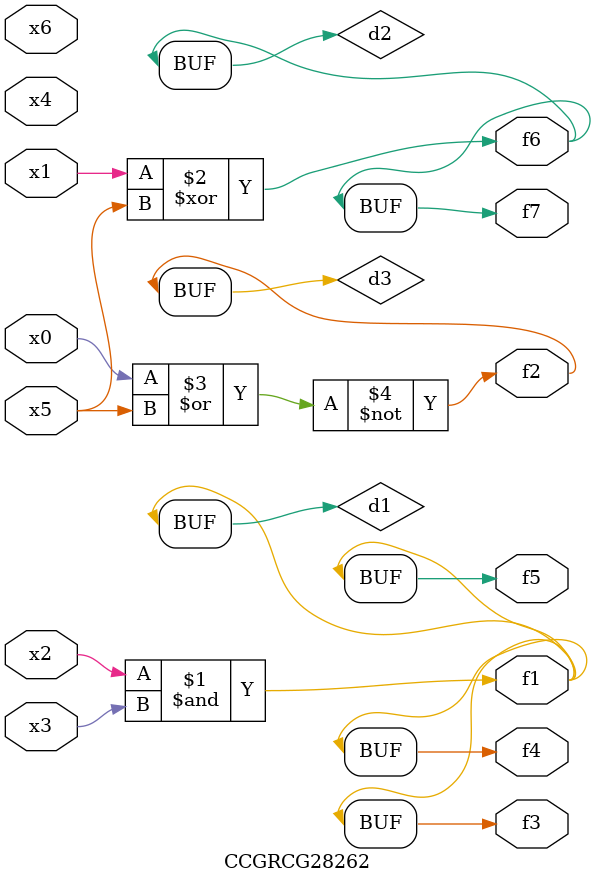
<source format=v>
module CCGRCG28262(
	input x0, x1, x2, x3, x4, x5, x6,
	output f1, f2, f3, f4, f5, f6, f7
);

	wire d1, d2, d3;

	and (d1, x2, x3);
	xor (d2, x1, x5);
	nor (d3, x0, x5);
	assign f1 = d1;
	assign f2 = d3;
	assign f3 = d1;
	assign f4 = d1;
	assign f5 = d1;
	assign f6 = d2;
	assign f7 = d2;
endmodule

</source>
